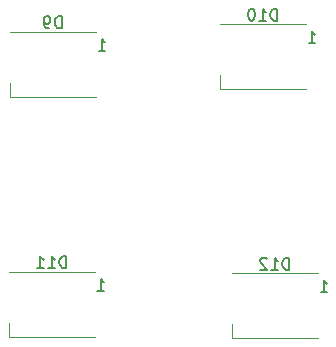
<source format=gbr>
%TF.GenerationSoftware,KiCad,Pcbnew,8.0.5*%
%TF.CreationDate,2025-01-09T16:38:30+01:00*%
%TF.ProjectId,rp2040_pad,72703230-3430-45f7-9061-642e6b696361,rev?*%
%TF.SameCoordinates,Original*%
%TF.FileFunction,Legend,Bot*%
%TF.FilePolarity,Positive*%
%FSLAX46Y46*%
G04 Gerber Fmt 4.6, Leading zero omitted, Abs format (unit mm)*
G04 Created by KiCad (PCBNEW 8.0.5) date 2025-01-09 16:38:30*
%MOMM*%
%LPD*%
G01*
G04 APERTURE LIST*
%ADD10C,0.150000*%
%ADD11C,0.120000*%
G04 APERTURE END LIST*
D10*
X118176094Y-67566819D02*
X118176094Y-66566819D01*
X118176094Y-66566819D02*
X117937999Y-66566819D01*
X117937999Y-66566819D02*
X117795142Y-66614438D01*
X117795142Y-66614438D02*
X117699904Y-66709676D01*
X117699904Y-66709676D02*
X117652285Y-66804914D01*
X117652285Y-66804914D02*
X117604666Y-66995390D01*
X117604666Y-66995390D02*
X117604666Y-67138247D01*
X117604666Y-67138247D02*
X117652285Y-67328723D01*
X117652285Y-67328723D02*
X117699904Y-67423961D01*
X117699904Y-67423961D02*
X117795142Y-67519200D01*
X117795142Y-67519200D02*
X117937999Y-67566819D01*
X117937999Y-67566819D02*
X118176094Y-67566819D01*
X117128475Y-67566819D02*
X116937999Y-67566819D01*
X116937999Y-67566819D02*
X116842761Y-67519200D01*
X116842761Y-67519200D02*
X116795142Y-67471580D01*
X116795142Y-67471580D02*
X116699904Y-67328723D01*
X116699904Y-67328723D02*
X116652285Y-67138247D01*
X116652285Y-67138247D02*
X116652285Y-66757295D01*
X116652285Y-66757295D02*
X116699904Y-66662057D01*
X116699904Y-66662057D02*
X116747523Y-66614438D01*
X116747523Y-66614438D02*
X116842761Y-66566819D01*
X116842761Y-66566819D02*
X117033237Y-66566819D01*
X117033237Y-66566819D02*
X117128475Y-66614438D01*
X117128475Y-66614438D02*
X117176094Y-66662057D01*
X117176094Y-66662057D02*
X117223713Y-66757295D01*
X117223713Y-66757295D02*
X117223713Y-66995390D01*
X117223713Y-66995390D02*
X117176094Y-67090628D01*
X117176094Y-67090628D02*
X117128475Y-67138247D01*
X117128475Y-67138247D02*
X117033237Y-67185866D01*
X117033237Y-67185866D02*
X116842761Y-67185866D01*
X116842761Y-67185866D02*
X116747523Y-67138247D01*
X116747523Y-67138247D02*
X116699904Y-67090628D01*
X116699904Y-67090628D02*
X116652285Y-66995390D01*
X121302285Y-69466819D02*
X121873713Y-69466819D01*
X121587999Y-69466819D02*
X121587999Y-68466819D01*
X121587999Y-68466819D02*
X121683237Y-68609676D01*
X121683237Y-68609676D02*
X121778475Y-68704914D01*
X121778475Y-68704914D02*
X121873713Y-68752533D01*
X136432285Y-66932819D02*
X136432285Y-65932819D01*
X136432285Y-65932819D02*
X136194190Y-65932819D01*
X136194190Y-65932819D02*
X136051333Y-65980438D01*
X136051333Y-65980438D02*
X135956095Y-66075676D01*
X135956095Y-66075676D02*
X135908476Y-66170914D01*
X135908476Y-66170914D02*
X135860857Y-66361390D01*
X135860857Y-66361390D02*
X135860857Y-66504247D01*
X135860857Y-66504247D02*
X135908476Y-66694723D01*
X135908476Y-66694723D02*
X135956095Y-66789961D01*
X135956095Y-66789961D02*
X136051333Y-66885200D01*
X136051333Y-66885200D02*
X136194190Y-66932819D01*
X136194190Y-66932819D02*
X136432285Y-66932819D01*
X134908476Y-66932819D02*
X135479904Y-66932819D01*
X135194190Y-66932819D02*
X135194190Y-65932819D01*
X135194190Y-65932819D02*
X135289428Y-66075676D01*
X135289428Y-66075676D02*
X135384666Y-66170914D01*
X135384666Y-66170914D02*
X135479904Y-66218533D01*
X134289428Y-65932819D02*
X134194190Y-65932819D01*
X134194190Y-65932819D02*
X134098952Y-65980438D01*
X134098952Y-65980438D02*
X134051333Y-66028057D01*
X134051333Y-66028057D02*
X134003714Y-66123295D01*
X134003714Y-66123295D02*
X133956095Y-66313771D01*
X133956095Y-66313771D02*
X133956095Y-66551866D01*
X133956095Y-66551866D02*
X134003714Y-66742342D01*
X134003714Y-66742342D02*
X134051333Y-66837580D01*
X134051333Y-66837580D02*
X134098952Y-66885200D01*
X134098952Y-66885200D02*
X134194190Y-66932819D01*
X134194190Y-66932819D02*
X134289428Y-66932819D01*
X134289428Y-66932819D02*
X134384666Y-66885200D01*
X134384666Y-66885200D02*
X134432285Y-66837580D01*
X134432285Y-66837580D02*
X134479904Y-66742342D01*
X134479904Y-66742342D02*
X134527523Y-66551866D01*
X134527523Y-66551866D02*
X134527523Y-66313771D01*
X134527523Y-66313771D02*
X134479904Y-66123295D01*
X134479904Y-66123295D02*
X134432285Y-66028057D01*
X134432285Y-66028057D02*
X134384666Y-65980438D01*
X134384666Y-65980438D02*
X134289428Y-65932819D01*
X139082285Y-68832819D02*
X139653713Y-68832819D01*
X139367999Y-68832819D02*
X139367999Y-67832819D01*
X139367999Y-67832819D02*
X139463237Y-67975676D01*
X139463237Y-67975676D02*
X139558475Y-68070914D01*
X139558475Y-68070914D02*
X139653713Y-68118533D01*
X118562285Y-87886819D02*
X118562285Y-86886819D01*
X118562285Y-86886819D02*
X118324190Y-86886819D01*
X118324190Y-86886819D02*
X118181333Y-86934438D01*
X118181333Y-86934438D02*
X118086095Y-87029676D01*
X118086095Y-87029676D02*
X118038476Y-87124914D01*
X118038476Y-87124914D02*
X117990857Y-87315390D01*
X117990857Y-87315390D02*
X117990857Y-87458247D01*
X117990857Y-87458247D02*
X118038476Y-87648723D01*
X118038476Y-87648723D02*
X118086095Y-87743961D01*
X118086095Y-87743961D02*
X118181333Y-87839200D01*
X118181333Y-87839200D02*
X118324190Y-87886819D01*
X118324190Y-87886819D02*
X118562285Y-87886819D01*
X117038476Y-87886819D02*
X117609904Y-87886819D01*
X117324190Y-87886819D02*
X117324190Y-86886819D01*
X117324190Y-86886819D02*
X117419428Y-87029676D01*
X117419428Y-87029676D02*
X117514666Y-87124914D01*
X117514666Y-87124914D02*
X117609904Y-87172533D01*
X116086095Y-87886819D02*
X116657523Y-87886819D01*
X116371809Y-87886819D02*
X116371809Y-86886819D01*
X116371809Y-86886819D02*
X116467047Y-87029676D01*
X116467047Y-87029676D02*
X116562285Y-87124914D01*
X116562285Y-87124914D02*
X116657523Y-87172533D01*
X121212285Y-89786819D02*
X121783713Y-89786819D01*
X121497999Y-89786819D02*
X121497999Y-88786819D01*
X121497999Y-88786819D02*
X121593237Y-88929676D01*
X121593237Y-88929676D02*
X121688475Y-89024914D01*
X121688475Y-89024914D02*
X121783713Y-89072533D01*
X137448285Y-88012819D02*
X137448285Y-87012819D01*
X137448285Y-87012819D02*
X137210190Y-87012819D01*
X137210190Y-87012819D02*
X137067333Y-87060438D01*
X137067333Y-87060438D02*
X136972095Y-87155676D01*
X136972095Y-87155676D02*
X136924476Y-87250914D01*
X136924476Y-87250914D02*
X136876857Y-87441390D01*
X136876857Y-87441390D02*
X136876857Y-87584247D01*
X136876857Y-87584247D02*
X136924476Y-87774723D01*
X136924476Y-87774723D02*
X136972095Y-87869961D01*
X136972095Y-87869961D02*
X137067333Y-87965200D01*
X137067333Y-87965200D02*
X137210190Y-88012819D01*
X137210190Y-88012819D02*
X137448285Y-88012819D01*
X135924476Y-88012819D02*
X136495904Y-88012819D01*
X136210190Y-88012819D02*
X136210190Y-87012819D01*
X136210190Y-87012819D02*
X136305428Y-87155676D01*
X136305428Y-87155676D02*
X136400666Y-87250914D01*
X136400666Y-87250914D02*
X136495904Y-87298533D01*
X135543523Y-87108057D02*
X135495904Y-87060438D01*
X135495904Y-87060438D02*
X135400666Y-87012819D01*
X135400666Y-87012819D02*
X135162571Y-87012819D01*
X135162571Y-87012819D02*
X135067333Y-87060438D01*
X135067333Y-87060438D02*
X135019714Y-87108057D01*
X135019714Y-87108057D02*
X134972095Y-87203295D01*
X134972095Y-87203295D02*
X134972095Y-87298533D01*
X134972095Y-87298533D02*
X135019714Y-87441390D01*
X135019714Y-87441390D02*
X135591142Y-88012819D01*
X135591142Y-88012819D02*
X134972095Y-88012819D01*
X140098285Y-89912819D02*
X140669713Y-89912819D01*
X140383999Y-89912819D02*
X140383999Y-88912819D01*
X140383999Y-88912819D02*
X140479237Y-89055676D01*
X140479237Y-89055676D02*
X140574475Y-89150914D01*
X140574475Y-89150914D02*
X140669713Y-89198533D01*
D11*
%TO.C,D9*%
X113788000Y-67862000D02*
X121088000Y-67862000D01*
X113788000Y-72212000D02*
X113788000Y-73362000D01*
X113788000Y-73362000D02*
X121088000Y-73362000D01*
%TO.C,D10*%
X131568000Y-67228000D02*
X138868000Y-67228000D01*
X131568000Y-71578000D02*
X131568000Y-72728000D01*
X131568000Y-72728000D02*
X138868000Y-72728000D01*
%TO.C,D11*%
X113698000Y-88182000D02*
X120998000Y-88182000D01*
X113698000Y-92532000D02*
X113698000Y-93682000D01*
X113698000Y-93682000D02*
X120998000Y-93682000D01*
%TO.C,D12*%
X132584000Y-88308000D02*
X139884000Y-88308000D01*
X132584000Y-92658000D02*
X132584000Y-93808000D01*
X132584000Y-93808000D02*
X139884000Y-93808000D01*
%TD*%
M02*

</source>
